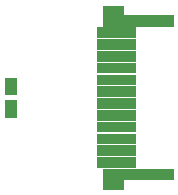
<source format=gbr>
G04 #@! TF.FileFunction,Soldermask,Bot*
%FSLAX46Y46*%
G04 Gerber Fmt 4.6, Leading zero omitted, Abs format (unit mm)*
G04 Created by KiCad (PCBNEW 4.0.7) date Thu Nov 23 13:57:06 2017*
%MOMM*%
%LPD*%
G01*
G04 APERTURE LIST*
%ADD10C,0.100000*%
G04 APERTURE END LIST*
D10*
G36*
X170600000Y-114650000D02*
X166412700Y-114650000D01*
X166409162Y-114650503D01*
X166405904Y-114651971D01*
X166403184Y-114654290D01*
X166401218Y-114657274D01*
X166400160Y-114660687D01*
X166400000Y-114662700D01*
X166400000Y-115450000D01*
X164600000Y-115450000D01*
X164600000Y-113650000D01*
X170600000Y-113650000D01*
X170600000Y-114650000D01*
X170600000Y-114650000D01*
G37*
G36*
X167400000Y-113600000D02*
X164100000Y-113600000D01*
X164100000Y-112700000D01*
X167400000Y-112700000D01*
X167400000Y-113600000D01*
X167400000Y-113600000D01*
G37*
G36*
X167400000Y-112600000D02*
X164100000Y-112600000D01*
X164100000Y-111700000D01*
X167400000Y-111700000D01*
X167400000Y-112600000D01*
X167400000Y-112600000D01*
G37*
G36*
X167400000Y-111600000D02*
X164100000Y-111600000D01*
X164100000Y-110700000D01*
X167400000Y-110700000D01*
X167400000Y-111600000D01*
X167400000Y-111600000D01*
G37*
G36*
X167400000Y-110600000D02*
X164100000Y-110600000D01*
X164100000Y-109700000D01*
X167400000Y-109700000D01*
X167400000Y-110600000D01*
X167400000Y-110600000D01*
G37*
G36*
X167400000Y-109600000D02*
X164100000Y-109600000D01*
X164100000Y-108700000D01*
X167400000Y-108700000D01*
X167400000Y-109600000D01*
X167400000Y-109600000D01*
G37*
G36*
X157350000Y-109350000D02*
X156300000Y-109350000D01*
X156300000Y-107850000D01*
X157350000Y-107850000D01*
X157350000Y-109350000D01*
X157350000Y-109350000D01*
G37*
G36*
X167400000Y-108600000D02*
X164100000Y-108600000D01*
X164100000Y-107700000D01*
X167400000Y-107700000D01*
X167400000Y-108600000D01*
X167400000Y-108600000D01*
G37*
G36*
X167400000Y-107600000D02*
X164100000Y-107600000D01*
X164100000Y-106700000D01*
X167400000Y-106700000D01*
X167400000Y-107600000D01*
X167400000Y-107600000D01*
G37*
G36*
X157350000Y-107450000D02*
X156300000Y-107450000D01*
X156300000Y-105950000D01*
X157350000Y-105950000D01*
X157350000Y-107450000D01*
X157350000Y-107450000D01*
G37*
G36*
X167400000Y-106600000D02*
X164100000Y-106600000D01*
X164100000Y-105700000D01*
X167400000Y-105700000D01*
X167400000Y-106600000D01*
X167400000Y-106600000D01*
G37*
G36*
X167400000Y-105600000D02*
X164100000Y-105600000D01*
X164100000Y-104700000D01*
X167400000Y-104700000D01*
X167400000Y-105600000D01*
X167400000Y-105600000D01*
G37*
G36*
X167400000Y-104600000D02*
X164100000Y-104600000D01*
X164100000Y-103700000D01*
X167400000Y-103700000D01*
X167400000Y-104600000D01*
X167400000Y-104600000D01*
G37*
G36*
X167400000Y-103600000D02*
X164100000Y-103600000D01*
X164100000Y-102700000D01*
X167400000Y-102700000D01*
X167400000Y-103600000D01*
X167400000Y-103600000D01*
G37*
G36*
X167400000Y-102600000D02*
X164100000Y-102600000D01*
X164100000Y-101700000D01*
X167400000Y-101700000D01*
X167400000Y-102600000D01*
X167400000Y-102600000D01*
G37*
G36*
X166400000Y-100637300D02*
X166400503Y-100640838D01*
X166401971Y-100644096D01*
X166404290Y-100646816D01*
X166407274Y-100648782D01*
X166410687Y-100649840D01*
X166412700Y-100650000D01*
X170600000Y-100650000D01*
X170600000Y-101650000D01*
X164600000Y-101650000D01*
X164600000Y-99850000D01*
X166400000Y-99850000D01*
X166400000Y-100637300D01*
X166400000Y-100637300D01*
G37*
M02*

</source>
